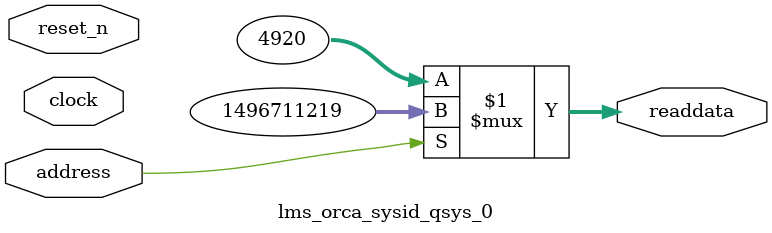
<source format=v>



// synthesis translate_off
`timescale 1ns / 1ps
// synthesis translate_on

// turn off superfluous verilog processor warnings 
// altera message_level Level1 
// altera message_off 10034 10035 10036 10037 10230 10240 10030 

module lms_orca_sysid_qsys_0 (
               // inputs:
                address,
                clock,
                reset_n,

               // outputs:
                readdata
             )
;

  output  [ 31: 0] readdata;
  input            address;
  input            clock;
  input            reset_n;

  wire    [ 31: 0] readdata;
  //control_slave, which is an e_avalon_slave
  assign readdata = address ? 1496711219 : 4920;

endmodule




</source>
